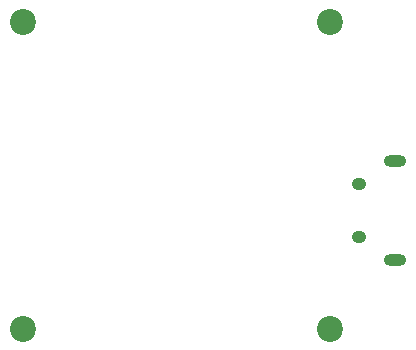
<source format=gbr>
%TF.GenerationSoftware,KiCad,Pcbnew,9.0.3*%
%TF.CreationDate,2025-08-28T18:14:41+08:00*%
%TF.ProjectId,STM_Board,53544d5f-426f-4617-9264-2e6b69636164,rev?*%
%TF.SameCoordinates,Original*%
%TF.FileFunction,Soldermask,Bot*%
%TF.FilePolarity,Negative*%
%FSLAX46Y46*%
G04 Gerber Fmt 4.6, Leading zero omitted, Abs format (unit mm)*
G04 Created by KiCad (PCBNEW 9.0.3) date 2025-08-28 18:14:41*
%MOMM*%
%LPD*%
G01*
G04 APERTURE LIST*
%ADD10C,2.200000*%
%ADD11O,1.900000X1.000000*%
%ADD12O,1.250000X1.050000*%
G04 APERTURE END LIST*
D10*
%TO.C,REF\u002A\u002A*%
X158200000Y-58000000D03*
%TD*%
%TO.C,REF\u002A\u002A*%
X158200000Y-84000000D03*
%TD*%
D11*
%TO.C,J1*%
X163694000Y-78175000D03*
D12*
X160694000Y-76225000D03*
X160694000Y-71775000D03*
D11*
X163694000Y-69825000D03*
%TD*%
D10*
%TO.C,REF\u002A\u002A*%
X132200000Y-58000000D03*
%TD*%
%TO.C,REF\u002A\u002A*%
X132200000Y-84000000D03*
%TD*%
M02*

</source>
